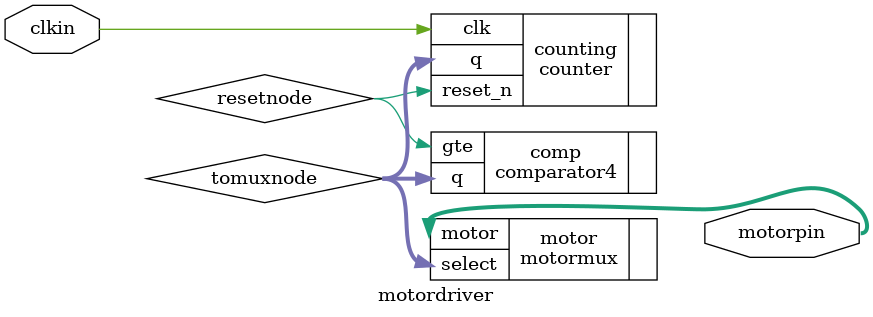
<source format=sv>
module motordriver(input logic clkin, output logic [3:0] motorpin);

	logic resetnode;
	logic [3:0] tomuxnode;
	
	counter counting(
	.clk(clkin),
	.reset_n(resetnode),
	.q(tomuxnode));
	
	motormux motor(
	.select(tomuxnode),
	.motor(motorpin));
	
	comparator4 comp(
	.q(tomuxnode),
	.gte(resetnode));
endmodule 
</source>
